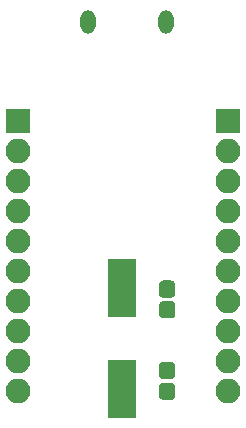
<source format=gbr>
G04 #@! TF.GenerationSoftware,KiCad,Pcbnew,(5.0.0)*
G04 #@! TF.CreationDate,2020-05-15T17:20:18+01:00*
G04 #@! TF.ProjectId,CH552-USB-Devboard,43483535322D5553422D446576626F61,rev?*
G04 #@! TF.SameCoordinates,Original*
G04 #@! TF.FileFunction,Soldermask,Bot*
G04 #@! TF.FilePolarity,Negative*
%FSLAX46Y46*%
G04 Gerber Fmt 4.6, Leading zero omitted, Abs format (unit mm)*
G04 Created by KiCad (PCBNEW (5.0.0)) date 05/15/20 17:20:18*
%MOMM*%
%LPD*%
G01*
G04 APERTURE LIST*
%ADD10O,1.300000X2.000000*%
%ADD11C,0.100000*%
%ADD12C,1.350000*%
%ADD13R,2.400000X4.900000*%
%ADD14O,2.100000X2.100000*%
%ADD15R,2.100000X2.100000*%
G04 APERTURE END LIST*
D10*
G04 #@! TO.C,J3*
X82100000Y-67800000D03*
X88700000Y-67800000D03*
G04 #@! TD*
D11*
G04 #@! TO.C,C5*
G36*
X89170581Y-89726625D02*
X89203343Y-89731485D01*
X89235471Y-89739533D01*
X89266656Y-89750691D01*
X89296596Y-89764852D01*
X89325005Y-89781879D01*
X89351608Y-89801609D01*
X89376149Y-89823851D01*
X89398391Y-89848392D01*
X89418121Y-89874995D01*
X89435148Y-89903404D01*
X89449309Y-89933344D01*
X89460467Y-89964529D01*
X89468515Y-89996657D01*
X89473375Y-90029419D01*
X89475000Y-90062500D01*
X89475000Y-90837500D01*
X89473375Y-90870581D01*
X89468515Y-90903343D01*
X89460467Y-90935471D01*
X89449309Y-90966656D01*
X89435148Y-90996596D01*
X89418121Y-91025005D01*
X89398391Y-91051608D01*
X89376149Y-91076149D01*
X89351608Y-91098391D01*
X89325005Y-91118121D01*
X89296596Y-91135148D01*
X89266656Y-91149309D01*
X89235471Y-91160467D01*
X89203343Y-91168515D01*
X89170581Y-91173375D01*
X89137500Y-91175000D01*
X88462500Y-91175000D01*
X88429419Y-91173375D01*
X88396657Y-91168515D01*
X88364529Y-91160467D01*
X88333344Y-91149309D01*
X88303404Y-91135148D01*
X88274995Y-91118121D01*
X88248392Y-91098391D01*
X88223851Y-91076149D01*
X88201609Y-91051608D01*
X88181879Y-91025005D01*
X88164852Y-90996596D01*
X88150691Y-90966656D01*
X88139533Y-90935471D01*
X88131485Y-90903343D01*
X88126625Y-90870581D01*
X88125000Y-90837500D01*
X88125000Y-90062500D01*
X88126625Y-90029419D01*
X88131485Y-89996657D01*
X88139533Y-89964529D01*
X88150691Y-89933344D01*
X88164852Y-89903404D01*
X88181879Y-89874995D01*
X88201609Y-89848392D01*
X88223851Y-89823851D01*
X88248392Y-89801609D01*
X88274995Y-89781879D01*
X88303404Y-89764852D01*
X88333344Y-89750691D01*
X88364529Y-89739533D01*
X88396657Y-89731485D01*
X88429419Y-89726625D01*
X88462500Y-89725000D01*
X89137500Y-89725000D01*
X89170581Y-89726625D01*
X89170581Y-89726625D01*
G37*
D12*
X88800000Y-90450000D03*
D11*
G36*
X89170581Y-91476625D02*
X89203343Y-91481485D01*
X89235471Y-91489533D01*
X89266656Y-91500691D01*
X89296596Y-91514852D01*
X89325005Y-91531879D01*
X89351608Y-91551609D01*
X89376149Y-91573851D01*
X89398391Y-91598392D01*
X89418121Y-91624995D01*
X89435148Y-91653404D01*
X89449309Y-91683344D01*
X89460467Y-91714529D01*
X89468515Y-91746657D01*
X89473375Y-91779419D01*
X89475000Y-91812500D01*
X89475000Y-92587500D01*
X89473375Y-92620581D01*
X89468515Y-92653343D01*
X89460467Y-92685471D01*
X89449309Y-92716656D01*
X89435148Y-92746596D01*
X89418121Y-92775005D01*
X89398391Y-92801608D01*
X89376149Y-92826149D01*
X89351608Y-92848391D01*
X89325005Y-92868121D01*
X89296596Y-92885148D01*
X89266656Y-92899309D01*
X89235471Y-92910467D01*
X89203343Y-92918515D01*
X89170581Y-92923375D01*
X89137500Y-92925000D01*
X88462500Y-92925000D01*
X88429419Y-92923375D01*
X88396657Y-92918515D01*
X88364529Y-92910467D01*
X88333344Y-92899309D01*
X88303404Y-92885148D01*
X88274995Y-92868121D01*
X88248392Y-92848391D01*
X88223851Y-92826149D01*
X88201609Y-92801608D01*
X88181879Y-92775005D01*
X88164852Y-92746596D01*
X88150691Y-92716656D01*
X88139533Y-92685471D01*
X88131485Y-92653343D01*
X88126625Y-92620581D01*
X88125000Y-92587500D01*
X88125000Y-91812500D01*
X88126625Y-91779419D01*
X88131485Y-91746657D01*
X88139533Y-91714529D01*
X88150691Y-91683344D01*
X88164852Y-91653404D01*
X88181879Y-91624995D01*
X88201609Y-91598392D01*
X88223851Y-91573851D01*
X88248392Y-91551609D01*
X88274995Y-91531879D01*
X88303404Y-91514852D01*
X88333344Y-91500691D01*
X88364529Y-91489533D01*
X88396657Y-91481485D01*
X88429419Y-91476625D01*
X88462500Y-91475000D01*
X89137500Y-91475000D01*
X89170581Y-91476625D01*
X89170581Y-91476625D01*
G37*
D12*
X88800000Y-92200000D03*
G04 #@! TD*
D11*
G04 #@! TO.C,C6*
G36*
X89170581Y-98376625D02*
X89203343Y-98381485D01*
X89235471Y-98389533D01*
X89266656Y-98400691D01*
X89296596Y-98414852D01*
X89325005Y-98431879D01*
X89351608Y-98451609D01*
X89376149Y-98473851D01*
X89398391Y-98498392D01*
X89418121Y-98524995D01*
X89435148Y-98553404D01*
X89449309Y-98583344D01*
X89460467Y-98614529D01*
X89468515Y-98646657D01*
X89473375Y-98679419D01*
X89475000Y-98712500D01*
X89475000Y-99487500D01*
X89473375Y-99520581D01*
X89468515Y-99553343D01*
X89460467Y-99585471D01*
X89449309Y-99616656D01*
X89435148Y-99646596D01*
X89418121Y-99675005D01*
X89398391Y-99701608D01*
X89376149Y-99726149D01*
X89351608Y-99748391D01*
X89325005Y-99768121D01*
X89296596Y-99785148D01*
X89266656Y-99799309D01*
X89235471Y-99810467D01*
X89203343Y-99818515D01*
X89170581Y-99823375D01*
X89137500Y-99825000D01*
X88462500Y-99825000D01*
X88429419Y-99823375D01*
X88396657Y-99818515D01*
X88364529Y-99810467D01*
X88333344Y-99799309D01*
X88303404Y-99785148D01*
X88274995Y-99768121D01*
X88248392Y-99748391D01*
X88223851Y-99726149D01*
X88201609Y-99701608D01*
X88181879Y-99675005D01*
X88164852Y-99646596D01*
X88150691Y-99616656D01*
X88139533Y-99585471D01*
X88131485Y-99553343D01*
X88126625Y-99520581D01*
X88125000Y-99487500D01*
X88125000Y-98712500D01*
X88126625Y-98679419D01*
X88131485Y-98646657D01*
X88139533Y-98614529D01*
X88150691Y-98583344D01*
X88164852Y-98553404D01*
X88181879Y-98524995D01*
X88201609Y-98498392D01*
X88223851Y-98473851D01*
X88248392Y-98451609D01*
X88274995Y-98431879D01*
X88303404Y-98414852D01*
X88333344Y-98400691D01*
X88364529Y-98389533D01*
X88396657Y-98381485D01*
X88429419Y-98376625D01*
X88462500Y-98375000D01*
X89137500Y-98375000D01*
X89170581Y-98376625D01*
X89170581Y-98376625D01*
G37*
D12*
X88800000Y-99100000D03*
D11*
G36*
X89170581Y-96626625D02*
X89203343Y-96631485D01*
X89235471Y-96639533D01*
X89266656Y-96650691D01*
X89296596Y-96664852D01*
X89325005Y-96681879D01*
X89351608Y-96701609D01*
X89376149Y-96723851D01*
X89398391Y-96748392D01*
X89418121Y-96774995D01*
X89435148Y-96803404D01*
X89449309Y-96833344D01*
X89460467Y-96864529D01*
X89468515Y-96896657D01*
X89473375Y-96929419D01*
X89475000Y-96962500D01*
X89475000Y-97737500D01*
X89473375Y-97770581D01*
X89468515Y-97803343D01*
X89460467Y-97835471D01*
X89449309Y-97866656D01*
X89435148Y-97896596D01*
X89418121Y-97925005D01*
X89398391Y-97951608D01*
X89376149Y-97976149D01*
X89351608Y-97998391D01*
X89325005Y-98018121D01*
X89296596Y-98035148D01*
X89266656Y-98049309D01*
X89235471Y-98060467D01*
X89203343Y-98068515D01*
X89170581Y-98073375D01*
X89137500Y-98075000D01*
X88462500Y-98075000D01*
X88429419Y-98073375D01*
X88396657Y-98068515D01*
X88364529Y-98060467D01*
X88333344Y-98049309D01*
X88303404Y-98035148D01*
X88274995Y-98018121D01*
X88248392Y-97998391D01*
X88223851Y-97976149D01*
X88201609Y-97951608D01*
X88181879Y-97925005D01*
X88164852Y-97896596D01*
X88150691Y-97866656D01*
X88139533Y-97835471D01*
X88131485Y-97803343D01*
X88126625Y-97770581D01*
X88125000Y-97737500D01*
X88125000Y-96962500D01*
X88126625Y-96929419D01*
X88131485Y-96896657D01*
X88139533Y-96864529D01*
X88150691Y-96833344D01*
X88164852Y-96803404D01*
X88181879Y-96774995D01*
X88201609Y-96748392D01*
X88223851Y-96723851D01*
X88248392Y-96701609D01*
X88274995Y-96681879D01*
X88303404Y-96664852D01*
X88333344Y-96650691D01*
X88364529Y-96639533D01*
X88396657Y-96631485D01*
X88429419Y-96626625D01*
X88462500Y-96625000D01*
X89137500Y-96625000D01*
X89170581Y-96626625D01*
X89170581Y-96626625D01*
G37*
D12*
X88800000Y-97350000D03*
G04 #@! TD*
D13*
G04 #@! TO.C,Y1*
X85000000Y-90400000D03*
X85000000Y-98900000D03*
G04 #@! TD*
D14*
G04 #@! TO.C,J1*
X76200000Y-99060000D03*
X76200000Y-96520000D03*
X76200000Y-93980000D03*
X76200000Y-91440000D03*
X76200000Y-88900000D03*
X76200000Y-86360000D03*
X76200000Y-83820000D03*
X76200000Y-81280000D03*
X76200000Y-78740000D03*
D15*
X76200000Y-76200000D03*
G04 #@! TD*
G04 #@! TO.C,J2*
X93980000Y-76200000D03*
D14*
X93980000Y-78740000D03*
X93980000Y-81280000D03*
X93980000Y-83820000D03*
X93980000Y-86360000D03*
X93980000Y-88900000D03*
X93980000Y-91440000D03*
X93980000Y-93980000D03*
X93980000Y-96520000D03*
X93980000Y-99060000D03*
G04 #@! TD*
M02*

</source>
